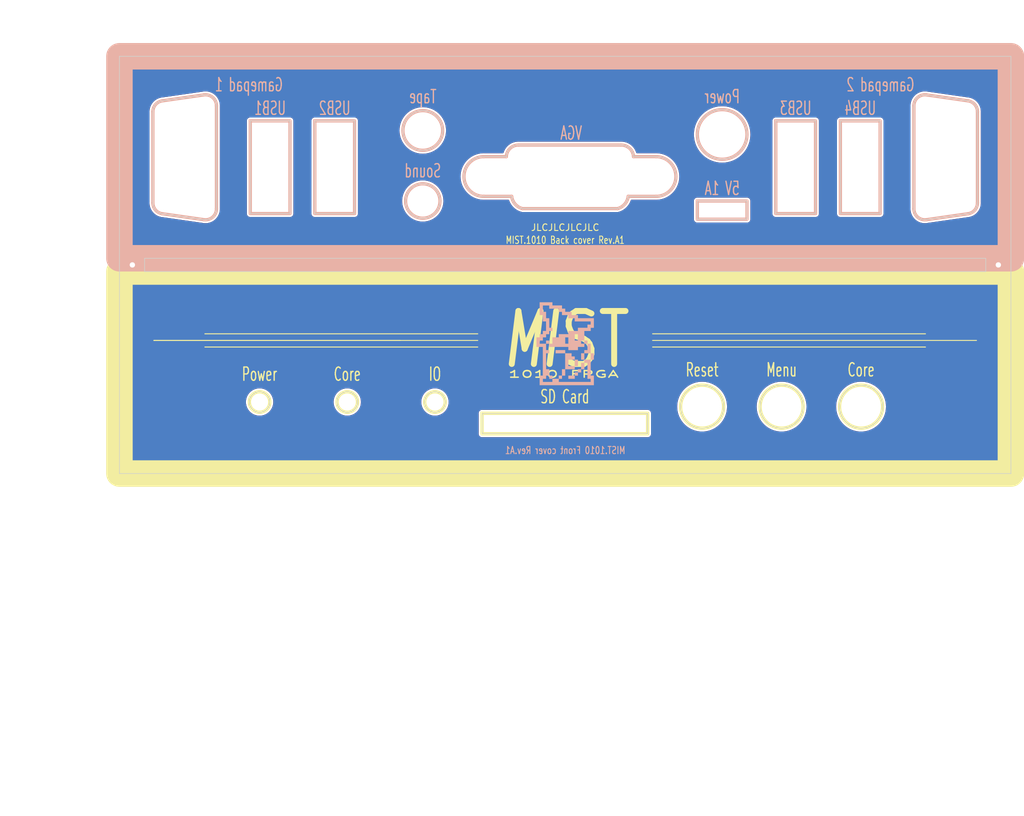
<source format=kicad_pcb>
(kicad_pcb (version 20211014) (generator pcbnew)
  (layers (0 "F.Cu" signal) (31 "B.Cu" signal) (34 "B.Paste" user) (35 "F.Paste" user) (36 "B.SilkS" user "B.Silkscreen") (37 "F.SilkS" user "F.Silkscreen") (38 "B.Mask" user) (39 "F.Mask" user) (44 "Edge.Cuts" user))
  (net 0 "")
  (net 1 "com")
  (footprint "my:black-mage" (layer "B.Cu") (at 144.5 104.4 180)
    (fp_text reference "G***" hide)
    (fp_text value "LOGO" hide)
    (fp_poly (pts (xy 0 -0.962526) (xy 1.443789 -0.962526) (xy 1.443789 -1.443789) (xy 0 -1.443789) (xy 0 -0.962526)) (layer "B.SilkS") (width 0.01) (fill solid))
    (fp_poly (pts (xy -1.44379 -3.850105) (xy -1.44379 -3.368842) (xy -1.925053 -3.368842) (xy -1.925053 -2.406316) (xy -1.44379 -2.406316) (xy -1.44379 -3.368842) (xy -0.481263 -3.368842) (xy -0.481263 -2.406316) (xy -1.44379 -2.406316) (xy -1.44379 -1.925052) (xy -0.962527 -1.925052) (xy -0.962527 -1.443789) (xy 0 -1.443789) (xy 0 -3.850105) (xy -1.44379 -3.850105)) (layer "B.SilkS") (width 0.01) (fill solid))
    (fp_poly (pts (xy -1.925053 -4.812631) (xy -1.925053 -4.331368) (xy -1.44379 -4.331368) (xy -1.44379 -4.812631) (xy -1.925053 -4.812631)) (layer "B.SilkS") (width 0.01) (fill solid))
    (fp_poly (pts (xy 0.962526 -4.812631) (xy 0.962526 -5.293895) (xy 0.481263 -5.293895) (xy 0.481263 -4.812631) (xy 0.962526 -4.812631)) (layer "B.SilkS") (width 0.01) (fill solid))
    (fp_poly (pts (xy -0.481263 -4.812631) (xy -0.481263 -5.293895) (xy -1.44379 -5.293895) (xy -1.44379 -4.812631) (xy -0.481263 -4.812631)) (layer "B.SilkS") (width 0.01) (fill solid))
    (fp_poly (pts (xy -2.887579 -3.850105) (xy -2.887579 -2.887579) (xy -2.406316 -2.887579) (xy -2.406316 -3.850105) (xy -2.887579 -3.850105)) (layer "B.SilkS") (width 0.01) (fill solid))
    (fp_poly (pts (xy 2.406316 -5.293895) (xy 1.925052 -5.293895) (xy 1.925052 -4.812631) (xy 2.406316 -4.812631) (xy 2.406316 -5.293895)) (layer "B.SilkS") (width 0.01) (fill solid))
    (fp_poly (pts (xy -2.406316 -4.331368) (xy -2.406316 -3.850105) (xy -1.925053 -3.850105) (xy -1.925053 -4.331368) (xy -2.406316 -4.331368)) (layer "B.SilkS") (width 0.01) (fill solid))
    (fp_poly (pts (xy 0 -4.812631) (xy 0 -3.850105) (xy 0.481263 -3.850105) (xy 0.481263 -4.812631) (xy 0 -4.812631)) (layer "B.SilkS") (width 0.01) (fill solid))
    (fp_poly (pts (xy 3.850105 4.331369) (xy 3.368842 4.331369) (xy 3.368842 3.368842) (xy 2.887579 3.368842) (xy 2.887579 1.925053) (xy 3.368842 1.925053) (xy 3.368842 1.44379) (xy 3.850105 1.44379) (xy 3.850105 0.962527) (xy 4.331368 0.962527) (xy 4.331368 -0.481263) (xy 3.368842 -0.481263) (xy 3.368842 -4.812631) (xy 3.850105 -4.812631) (xy 3.850105 -6.256421) (xy -4.331369 -6.256421) (xy -4.331369 -4.812631) (xy -3.850105 -4.812631) (xy -3.850105 -2.406316) (xy -4.331369 -2.406316) (xy -4.331369 -1.443789) (xy -3.850105 -1.443789) (xy -3.850105 -2.406316) (xy -2.887579 -2.406316) (xy -2.887579 -2.887579) (xy -3.368842 -2.887579) (xy -3.368842 -5.293895) (xy -3.850105 -5.293895) (xy -3.850105 -5.775158) (xy 0.962526 -5.775158) (xy 0.962526 -5.293895) (xy 1.925052 -5.293895) (xy 1.925052 -5.775158) (xy 3.368842 -5.775158) (xy 3.368842 -5.293895) (xy 2.887579 -5.293895) (xy 2.887579 -4.812631) (xy 2.406316 -4.812631) (xy 2.406316 -3.850105) (xy 2.887579 -3.850105) (xy 2.887579 -1.443789) (xy 2.406316 -1.443789) (xy 2.406316 -0.962526) (xy 2.887579 -0.962526) (xy 2.887579 0) (xy 3.850105 0) (xy 3.850105 0.481263) (xy 3.368842 0.481263) (xy 3.368842 0.962527) (xy 2.887579 0.962527) (xy 2.887579 1.44379) (xy 2.406316 1.44379) (xy 2.406316 1.925053) (xy 1.925052 1.925053) (xy 1.925052 2.406316) (xy 2.406316 2.406316) (xy 2.406316 3.850105) (xy 2.887579 3.850105) (xy 2.887579 4.812632) (xy 3.368842 4.812632) (xy 3.368842 5.775158) (xy 2.406316 5.775158) (xy 2.406316 5.293895) (xy 0.962526 5.293895) (xy 0.962526 4.812632) (xy 0.481263 4.812632) (xy 0.481263 4.331369) (xy -0.481263 4.331369) (xy -0.481263 3.850105) (xy -1.44379 3.850105) (xy -1.44379 3.368842) (xy -3.850105 3.368842) (xy -3.850105 2.887579) (xy -3.368842 2.887579) (xy -3.368842 2.406316) (xy -1.925053 2.406316) (xy -1.925053 1.925053) (xy -0.481263 1.925053) (xy -0.481263 1.44379) (xy 0.962526 1.44379) (xy 0.962526 0.962527) (xy 1.925052 0.962527) (xy 1.925052 0) (xy 2.406316 0) (xy 2.406316 -0.481263) (xy -0.481263 -0.481263) (xy -0.481263 -0.962526) (xy -1.925053 -0.962526) (xy -1.925053 -0.481263) (xy -2.887579 -0.481263) (xy -2.887579 0) (xy -3.368842 0) (xy -3.368842 -0.962526) (xy -2.887579 -0.962526) (xy -2.887579 -1.443789) (xy -3.850105 -1.443789) (xy -3.850105 0) (xy -3.368842 0) (xy -3.368842 0.481263) (xy -2.887579 0.481263) (xy -2.887579 0) (xy -2.406316 0) (xy -2.406316 0.481263) (xy -2.887579 0.481263) (xy -2.887579 1.44379) (xy -1.925053 1.44379) (xy -1.925053 0.481263) (xy -1.44379 0.481263) (xy -1.44379 0.962527) (xy -0.481263 0.962527) (xy -0.481263 0) (xy 0 0) (xy 0 0.962527) (xy -0.481263 0.962527) (xy -1.44379 0.962527) (xy -1.44379 1.44379) (xy -1.925053 1.44379) (xy -2.887579 1.44379) (xy -2.887579 1.925053) (xy -3.850105 1.925053) (xy -3.850105 2.406316) (xy -4.331369 2.406316) (xy -4.331369 3.850105) (xy -1.925053 3.850105) (xy -1.925053 4.331369) (xy -0.962527 4.331369) (xy -0.962527 4.812632) (xy 0 4.812632) (xy 0 5.293895) (xy 0.481263 5.293895) (xy 0.481263 5.775158) (xy 1.925052 5.775158) (xy 1.925052 6.256421) (xy 3.850105 6.256421) (xy 3.850105 4.331369)) (layer "B.SilkS") (width 0.01) (fill solid))
    (fp_poly (pts (xy -2.406316 -2.406316) (xy -2.887579 -2.406316) (xy -2.887579 -1.443789) (xy -2.406316 -1.443789) (xy -2.406316 -2.406316)) (layer "B.SilkS") (width 0.01) (fill solid))
    (fp_poly (pts (xy 2.887579 0) (xy 2.406316 0) (xy 2.406316 0.481263) (xy 2.887579 0.481263) (xy 2.887579 0)) (layer "B.SilkS") (width 0.01) (fill solid))
  )
  (gr_rect (start 96.95 70.75) (end 102.95 84.75) (layer "B.SilkS") (width 0.5) (fill none))
  (gr_arc (start 199.097944 85.664266) (mid 197.742661 85.301117) (end 197.14969 84.029483) (layer "B.SilkS") (width 0.5))
  (gr_line (start 83.621744 67.735) (end 89.901744 66.835732) (layer "B.SilkS") (width 0.5))
  (gr_line (start 82.25 69.369781) (end 82.25 83.130219) (layer "B.SilkS") (width 0.5))
  (gr_line (start 132.217828 76.15) (end 135.617828 76.15) (layer "B.SilkS") (width 0.5))
  (gr_line (start 132.217828 82.15) (end 136.417828 82.15) (layer "B.SilkS") (width 0.5))
  (gr_arc (start 205.377947 67.734995) (mid 206.361325 68.302749) (end 206.74969 69.369777) (layer "B.SilkS") (width 0.5))
  (gr_line (start 154.817828 76.15) (end 158.217828 76.15) (layer "B.SilkS") (width 0.5))
  (gr_rect (start 106.7 70.75) (end 112.7 84.75) (layer "B.SilkS") (width 0.5) (fill none))
  (gr_arc (start 138.053367 84) (mid 136.953364 83.324516) (end 136.417828 82.15) (layer "B.SilkS") (width 0.5))
  (gr_line (start 137.492828 74.4) (end 152.907172 74.4) (layer "B.SilkS") (width 0.5))
  (gr_arc (start 82.25 69.369781) (mid 82.638366 68.302754) (end 83.621743 67.735001) (layer "B.SilkS") (width 0.5))
  (gr_arc (start 91.85 84.029487) (mid 91.257028 85.301119) (end 89.901746 85.664266) (layer "B.SilkS") (width 0.5))
  (gr_circle (center 123 72.2) (end 126 72.2) (layer "B.SilkS") (width 0.5) (fill none))
  (gr_arc (start 89.901746 66.83573) (mid 91.257029 67.198879) (end 91.85 68.470513) (layer "B.SilkS") (width 0.5))
  (gr_rect (start 164.45 82.85) (end 171.95 85.6) (layer "B.SilkS") (width 0.5) (fill none))
  (gr_arc (start 152.907172 74.4) (mid 154.216898 74.888067) (end 154.817828 76.15) (layer "B.SilkS") (width 0.5))
  (gr_arc (start 158.217828 76.15) (mid 161.217828 79.15) (end 158.217828 82.15) (layer "B.SilkS") (width 0.5))
  (gr_arc (start 83.621743 84.765001) (mid 82.638365 84.197247) (end 82.25 83.130219) (layer "B.SilkS") (width 0.5))
  (gr_line (start 91.85 68.470513) (end 91.85 84.029487) (layer "B.SilkS") (width 0.5))
  (gr_line (start 205.377946 84.764996) (end 199.097946 85.664264) (layer "B.SilkS") (width 0.5))
  (gr_arc (start 135.617827 76.15) (mid 136.196074 74.890085) (end 137.492828 74.4) (layer "B.SilkS") (width 0.5))
  (gr_line (start 197.14969 84.029483) (end 197.14969 68.470509) (layer "B.SilkS") (width 0.5))
  (gr_arc (start 154.017828 82.15) (mid 153.496284 83.315825) (end 152.417831 83.999999) (layer "B.SilkS") (width 0.5))
  (gr_arc (start 206.74969 83.130215) (mid 206.361324 84.197242) (end 205.377947 84.764995) (layer "B.SilkS") (width 0.5))
  (gr_arc (start 132.217828 82.15) (mid 129.217828 79.15) (end 132.217828 76.15) (layer "B.SilkS") (width 0.5))
  (gr_rect (start 186.05 70.75) (end 192.05 84.75) (layer "B.SilkS") (width 0.5) (fill none))
  (gr_rect (start 77.2 61) (end 211.8 91.5) (layer "B.SilkS") (width 4) (fill none))
  (gr_line (start 154.017828 82.15) (end 158.217828 82.15) (layer "B.SilkS") (width 0.5))
  (gr_line (start 206.74969 83.130215) (end 206.74969 69.369777) (layer "B.SilkS") (width 0.5))
  (gr_arc (start 197.14969 68.470509) (mid 197.742662 67.198877) (end 199.097944 66.83573) (layer "B.SilkS") (width 0.5))
  (gr_line (start 205.377946 67.734996) (end 199.097946 66.835728) (layer "B.SilkS") (width 0.5))
  (gr_circle (center 168.2 72.8) (end 171.95 72.8) (layer "B.SilkS") (width 0.5) (fill none))
  (gr_line (start 138.053367 84) (end 152.417831 83.999999) (layer "B.SilkS") (width 0.5))
  (gr_line (start 83.621744 84.765) (end 89.901744 85.664268) (layer "B.SilkS") (width 0.5))
  (gr_rect (start 176.3 70.75) (end 182.3 84.75) (layer "B.SilkS") (width 0.5) (fill none))
  (gr_circle (center 123 82.85) (end 125.6 82.85) (layer "B.SilkS") (width 0.5) (fill none))
  (gr_rect (start 77.2 93.5) (end 211.8 124) (layer "F.SilkS") (width 4) (fill none))
  (gr_circle (center 111.6 113.2) (end 113.15 113.2) (layer "F.SilkS") (width 0.5) (fill none))
  (gr_line (start 157.7 104.9) (end 198.9 104.9) (layer "F.SilkS") (width 0.15))
  (gr_circle (center 98.36 113.2) (end 99.91 113.2) (layer "F.SilkS") (width 0.5) (fill none))
  (gr_line (start 157.7 103.9) (end 206.6 103.9) (layer "F.SilkS") (width 0.15))
  (gr_circle (center 177.175 113.9) (end 180.425 113.9) (layer "F.SilkS") (width 0.5) (fill none))
  (gr_line (start 131.3 104.9) (end 90.1 104.9) (layer "F.SilkS") (width 0.15))
  (gr_circle (center 124.8375 113.2) (end 126.3875 113.2) (layer "F.SilkS") (width 0.5) (fill none))
  (gr_circle (center 165.175 113.9) (end 168.425 113.9) (layer "F.SilkS") (width 0.5) (fill none))
  (gr_circle (center 189.175 113.9) (end 192.425 113.9) (layer "F.SilkS") (width 0.5) (fill none))
  (gr_line (start 131.3 102.9) (end 90.1 102.9) (layer "F.SilkS") (width 0.15))
  (gr_line (start 119.6 103.9) (end 82.4 103.9) (layer "F.SilkS") (width 0.15))
  (gr_line (start 157.7 102.9) (end 198.9 102.9) (layer "F.SilkS") (width 0.15))
  (gr_line (start 131.3 103.9) (end 82.4 103.9) (layer "F.SilkS") (width 0.15))
  (gr_rect (start 131.95 118) (end 156.95 114.9) (layer "F.SilkS") (width 0.5) (fill none))
  (gr_arc (start 132.217828 82.15) (mid 129.217828 79.15) (end 132.217828 76.15) (layer "Edge.Cuts") (width 0.1))
  (gr_rect (start 131.95 118) (end 156.95 114.9) (layer "Edge.Cuts") (width 0.1) (fill none))
  (gr_line (start 197.14969 84.029483) (end 197.14969 68.470509) (layer "Edge.Cuts") (width 0.1))
  (gr_arc (start 154.017828 82.15) (mid 153.496284 83.315825) (end 152.417831 83.999999) (layer "Edge.Cuts") (width 0.1))
  (gr_circle (center 98.36 113.2) (end 99.91 113.2) (layer "Edge.Cuts") (width 0.1) (fill none))
  (gr_line (start 205.377946 67.734996) (end 199.097946 66.835728) (layer "Edge.Cuts") (width 0.1))
  (gr_arc (start 152.907172 74.4) (mid 154.216898 74.888067) (end 154.817828 76.15) (layer "Edge.Cuts") (width 0.1))
  (gr_circle (center 165.175 113.9) (end 168.425 113.9) (layer "Edge.Cuts") (width 0.1) (fill none))
  (gr_line (start 205.377946 84.764996) (end 199.097946 85.664264) (layer "Edge.Cuts") (width 0.1))
  (gr_circle (center 124.8375 113.2) (end 126.3875 113.2) (layer "Edge.Cuts") (width 0.1) (fill none))
  (gr_line (start 154.817828 76.15) (end 158.217828 76.15) (layer "Edge.Cuts") (width 0.1))
  (gr_arc (start 89.901746 66.83573) (mid 91.257029 67.198879) (end 91.85 68.470513) (layer "Edge.Cuts") (width 0.1))
  (gr_line (start 132.217828 82.15) (end 136.417828 82.15) (layer "Edge.Cuts") (width 0.1))
  (gr_arc (start 138.053367 84) (mid 136.953364 83.324516) (end 136.417828 82.15) (layer "Edge.Cuts") (width 0.1))
  (gr_line (start 211.8 124) (end 77.2 124) (layer "Edge.Cuts") (width 0.1))
  (gr_line (start 154.017828 82.15) (end 158.217828 82.15) (layer "Edge.Cuts") (width 0.1))
  (gr_line (start 77.2 61) (end 211.8 61) (layer "Edge.Cuts") (width 0.1))
  (gr_arc (start 82.25 69.369781) (mid 82.638366 68.302754) (end 83.621743 67.735001) (layer "Edge.Cuts") (width 0.1))
  (gr_line (start 77.2 124) (end 77.2 61) (layer "Edge.Cuts") (width 0.1))
  (gr_line (start 82.25 69.369781) (end 82.25 83.130219) (layer "Edge.Cuts") (width 0.1))
  (gr_arc (start 135.617827 76.15) (mid 136.196074 74.890085) (end 137.492828 74.4) (layer "Edge.Cuts") (width 0.1))
  (gr_line (start 83.621744 67.735) (end 89.901744 66.835732) (layer "Edge.Cuts") (width 0.1))
  (gr_circle (center 189.175 113.9) (end 192.425 113.9) (layer "Edge.Cuts") (width 0.1) (fill none))
  (gr_arc (start 199.097944 85.664266) (mid 197.742661 85.301117) (end 197.14969 84.029483) (layer "Edge.Cuts") (width 0.1))
  (gr_arc (start 197.14969 68.470509) (mid 197.742662 67.198877) (end 199.097944 66.83573) (layer "Edge.Cuts") (width 0.1))
  (gr_line (start 81 91.5) (end 81 93.5) (layer "Edge.Cuts") (width 0.1))
  (gr_line (start 208 93.5) (end 208 91.5) (layer "Edge.Cuts") (width 0.1))
  (gr_line (start 211.8 61) (end 211.8 124) (layer "Edge.Cuts") (width 0.1))
  (gr_arc (start 158.217828 76.15) (mid 161.217828 79.15) (end 158.217828 82.15) (layer "Edge.Cuts") (width 0.1))
  (gr_line (start 83.621744 84.765) (end 89.901744 85.664268) (layer "Edge.Cuts") (width 0.1))
  (gr_arc (start 91.85 84.029487) (mid 91.257028 85.301119) (end 89.901746 85.664266) (layer "Edge.Cuts") (width 0.1))
  (gr_rect (start 186.05 70.75) (end 192.05 84.75) (layer "Edge.Cuts") (width 0.1) (fill none))
  (gr_circle (center 111.6 113.2) (end 113.15 113.2) (layer "Edge.Cuts") (width 0.1) (fill none))
  (gr_rect (start 176.3 70.75) (end 182.3 84.75) (layer "Edge.Cuts") (width 0.1) (fill none))
  (gr_line (start 137.492828 74.4) (end 152.907172 74.4) (layer "Edge.Cuts") (width 0.1))
  (gr_rect (start 164.45 82.85) (end 171.95 85.6) (layer "Edge.Cuts") (width 0.1) (fill none))
  (gr_rect (start 96.95 70.75) (end 102.95 84.75) (layer "Edge.Cuts") (width 0.1) (fill none))
  (gr_line (start 91.85 68.470513) (end 91.85 84.029487) (layer "Edge.Cuts") (width 0.1))
  (gr_line (start 81 93.5) (end 208 93.5) (layer "Edge.Cuts") (width 0.1))
  (gr_circle (center 168.2 72.8) (end 171.95 72.8) (layer "Edge.Cuts") (width 0.1) (fill none))
  (gr_rect (start 106.7 70.75) (end 112.7 84.75) (layer "Edge.Cuts") (width 0.1) (fill none))
  (gr_arc (start 206.74969 83.130215) (mid 206.361324 84.197242) (end 205.377947 84.764995) (layer "Edge.Cuts") (width 0.1))
  (gr_line (start 206.74969 83.130215) (end 206.74969 69.369777) (layer "Edge.Cuts") (width 0.1))
  (gr_line (start 132.217828 76.15) (end 135.617828 76.15) (layer "Edge.Cuts") (width 0.1))
  (gr_circle (center 123 82.85) (end 125.6 82.85) (layer "Edge.Cuts") (width 0.1) (fill none))
  (gr_circle (center 123 72.2) (end 126 72.2) (layer "Edge.Cuts") (width 0.1) (fill none))
  (gr_line (start 138.053367 84) (end 152.417831 83.999999) (layer "Edge.Cuts") (width 0.1))
  (gr_circle (center 177.175 113.9) (end 180.425 113.9) (layer "Edge.Cuts") (width 0.1) (fill none))
  (gr_arc (start 205.377947 67.734995) (mid 206.361325 68.302749) (end 206.74969 69.369777) (layer "Edge.Cuts") (width 0.1))
  (gr_line (start 208 91.5) (end 81 91.5) (layer "Edge.Cuts") (width 0.1))
  (gr_arc (start 83.621743 84.765001) (mid 82.638365 84.197247) (end 82.25 83.130219) (layer "Edge.Cuts") (width 0.1))
  (gr_text "5V 1A" (at 168.2 80.95) (layer "B.SilkS") (effects (font (size 2 1.2) (thickness 0.2)) (justify mirror)))
  (gr_text "USB4" (at 189.05 68.85) (layer "B.SilkS") (effects (font (size 2 1.2) (thickness 0.2)) (justify mirror)))
  (gr_text "Tape" (at 123 67.1) (layer "B.SilkS") (effects (font (size 2 1.2) (thickness 0.2)) (justify mirror)))
  (gr_text "Sound" (at 123 78.3) (layer "B.SilkS") (effects (font (size 2 1.2) (thickness 0.2)) (justify mirror)))
  (gr_text "USB2" (at 109.7 68.85) (layer "B.SilkS") (effects (font (size 2 1.2) (thickness 0.2)) (justify mirror)))
  (gr_text "USB1" (at 99.95 68.85) (layer "B.SilkS") (effects (font (size 2 1.2) (thickness 0.2)) (justify mirror)))
  (gr_text "USB3" (at 179.3 68.85) (layer "B.SilkS") (effects (font (size 2 1.2) (thickness 0.2)) (justify mirror)))
  (gr_text "MIST.1010 Front cover Rev.A1" (at 144.5 120.5) (layer "B.SilkS") (effects (font (size 1.1 0.8) (thickness 0.14)) (justify mirror)))
  (gr_text "Gamepad 1" (at 96.749216 65.3) (layer "B.SilkS") (effects (font (size 2 1.2) (thickness 0.2)) (justify mirror)))
  (gr_text "VGA" (at 145.407828 72.6) (layer "B.SilkS") (effects (font (size 2 1.2) (thickness 0.2)) (justify mirror)))
  (gr_text "Gamepad 2" (at 192.1 65.3) (layer "B.SilkS") (effects (font (size 2 1.2) (thickness 0.2)) (justify mirror)))
  (gr_text "Power" (at 168.2 67.1) (layer "B.SilkS") (effects (font (size 2 1.2) (thickness 0.2)) (justify mirror)))
  (gr_text "ST" (at 143.3 103.8) (layer "F.SilkS") (effects (font (size 8 6) (thickness 0.9)) (justify left)))
  (gr_text "1010" (at 139.7 109) (layer "F.SilkS") (effects (font (size 1 2) (thickness 0.22))))
  (gr_text "JLCJLCJLCJLC" (at 144.5 86.85) (layer "F.SilkS") (effects (font (size 1 1))))
  (gr_text "MIST.1010 Back cover Rev.A1" (at 144.5 88.75) (layer "F.SilkS") (effects (font (size 1.1 0.8) (thickness 0.14))))
  (gr_text "Reset" (at 165.175 108.35) (layer "F.SilkS") (effects (font (size 2 1.2) (thickness 0.2))))
  (gr_text "Core" (at 189.175 108.35) (layer "F.SilkS") (effects (font (size 2 1.2) (thickness 0.2))))
  (gr_text "Menu" (at 177.175 108.35) (layer "F.SilkS") (effects (font (size 2 1.2) (thickness 0.2))))
  (gr_text "MI" (at 134.7 103.8) (layer "F.SilkS") (effects (font (size 8 5) (thickness 0.9) italic) (justify left)))
  (gr_text "FPGA" (at 148.9 109) (layer "F.SilkS") (effects (font (size 1 2) (thickness 0.22))))
  (gr_text "Power" (at 98.36 109) (layer "F.SilkS") (effects (font (size 2 1.2) (thickness 0.2))))
  (gr_text "SD Card" (at 144.45 112.4) (layer "F.SilkS") (effects (font (size 2 1.2) (thickness 0.2))))
  (gr_text "Core" (at 111.6 109) (layer "F.SilkS") (effects (font (size 2 1.2) (thickness 0.2))))
  (gr_text "IO" (at 124.8375 109) (layer "F.SilkS") (effects (font (size 2 1.2) (thickness 0.2))))
  (via (at 209.9 92.5) (size 1.2) (drill 0.8) (layers "F.Cu" "B.Cu") (net 1))
  (via (at 79.15 92.5) (size 1.2) (drill 0.8) (layers "F.Cu" "B.Cu") (net 1))
  (zone (net 1) (net_name "com") (layers F&B.Cu) (connect_pads (clearance 0.508)) (min_thickness 0.254) (fill yes (thermal_gap 0.508) (thermal_bridge_width 0.508) (island_removal_mode 1) (island_area_min 0))
    (polygon (pts (xy 212 124.2) (xy 77 124.2) (xy 77 60.8) (xy 212 60.8)))
  )
)
</source>
